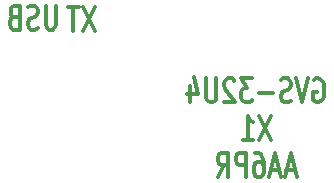
<source format=gbo>
G04 (created by PCBNEW-RS274X (2012-01-19 BZR 3256)-stable) date 10/26/2012 1:28:17 PM*
G01*
G70*
G90*
%MOIN*%
G04 Gerber Fmt 3.4, Leading zero omitted, Abs format*
%FSLAX34Y34*%
G04 APERTURE LIST*
%ADD10C,0.006000*%
%ADD11C,0.012000*%
G04 APERTURE END LIST*
G54D10*
G54D11*
X54118Y-30444D02*
X53718Y-31244D01*
X53718Y-30444D02*
X54118Y-31244D01*
X53576Y-30444D02*
X53233Y-30444D01*
X53404Y-31244D02*
X53404Y-30444D01*
X52827Y-30394D02*
X52827Y-31041D01*
X52799Y-31118D01*
X52770Y-31156D01*
X52713Y-31194D01*
X52599Y-31194D01*
X52541Y-31156D01*
X52513Y-31118D01*
X52484Y-31041D01*
X52484Y-30394D01*
X52227Y-31156D02*
X52141Y-31194D01*
X51998Y-31194D01*
X51941Y-31156D01*
X51912Y-31118D01*
X51884Y-31041D01*
X51884Y-30965D01*
X51912Y-30889D01*
X51941Y-30851D01*
X51998Y-30813D01*
X52112Y-30775D01*
X52170Y-30737D01*
X52198Y-30699D01*
X52227Y-30622D01*
X52227Y-30546D01*
X52198Y-30470D01*
X52170Y-30432D01*
X52112Y-30394D01*
X51970Y-30394D01*
X51884Y-30432D01*
X51427Y-30775D02*
X51341Y-30813D01*
X51313Y-30851D01*
X51284Y-30927D01*
X51284Y-31041D01*
X51313Y-31118D01*
X51341Y-31156D01*
X51399Y-31194D01*
X51627Y-31194D01*
X51627Y-30394D01*
X51427Y-30394D01*
X51370Y-30432D01*
X51341Y-30470D01*
X51313Y-30546D01*
X51313Y-30622D01*
X51341Y-30699D01*
X51370Y-30737D01*
X51427Y-30775D01*
X51627Y-30775D01*
X61428Y-32862D02*
X61485Y-32824D01*
X61571Y-32824D01*
X61656Y-32862D01*
X61714Y-32938D01*
X61742Y-33014D01*
X61771Y-33167D01*
X61771Y-33281D01*
X61742Y-33433D01*
X61714Y-33510D01*
X61656Y-33586D01*
X61571Y-33624D01*
X61514Y-33624D01*
X61428Y-33586D01*
X61399Y-33548D01*
X61399Y-33281D01*
X61514Y-33281D01*
X61228Y-32824D02*
X61028Y-33624D01*
X60828Y-32824D01*
X60657Y-33586D02*
X60571Y-33624D01*
X60428Y-33624D01*
X60371Y-33586D01*
X60342Y-33548D01*
X60314Y-33471D01*
X60314Y-33395D01*
X60342Y-33319D01*
X60371Y-33281D01*
X60428Y-33243D01*
X60542Y-33205D01*
X60600Y-33167D01*
X60628Y-33129D01*
X60657Y-33052D01*
X60657Y-32976D01*
X60628Y-32900D01*
X60600Y-32862D01*
X60542Y-32824D01*
X60400Y-32824D01*
X60314Y-32862D01*
X60057Y-33319D02*
X59600Y-33319D01*
X59371Y-32824D02*
X59000Y-32824D01*
X59200Y-33129D01*
X59114Y-33129D01*
X59057Y-33167D01*
X59028Y-33205D01*
X59000Y-33281D01*
X59000Y-33471D01*
X59028Y-33548D01*
X59057Y-33586D01*
X59114Y-33624D01*
X59286Y-33624D01*
X59343Y-33586D01*
X59371Y-33548D01*
X58772Y-32900D02*
X58743Y-32862D01*
X58686Y-32824D01*
X58543Y-32824D01*
X58486Y-32862D01*
X58457Y-32900D01*
X58429Y-32976D01*
X58429Y-33052D01*
X58457Y-33167D01*
X58800Y-33624D01*
X58429Y-33624D01*
X58172Y-32824D02*
X58172Y-33471D01*
X58144Y-33548D01*
X58115Y-33586D01*
X58058Y-33624D01*
X57944Y-33624D01*
X57886Y-33586D01*
X57858Y-33548D01*
X57829Y-33471D01*
X57829Y-32824D01*
X57286Y-33090D02*
X57286Y-33624D01*
X57429Y-32786D02*
X57572Y-33357D01*
X57200Y-33357D01*
X59985Y-34064D02*
X59585Y-34864D01*
X59585Y-34064D02*
X59985Y-34864D01*
X59043Y-34864D02*
X59386Y-34864D01*
X59214Y-34864D02*
X59214Y-34064D01*
X59271Y-34178D01*
X59329Y-34254D01*
X59386Y-34292D01*
X60785Y-35875D02*
X60499Y-35875D01*
X60842Y-36104D02*
X60642Y-35304D01*
X60442Y-36104D01*
X60271Y-35875D02*
X59985Y-35875D01*
X60328Y-36104D02*
X60128Y-35304D01*
X59928Y-36104D01*
X59471Y-35304D02*
X59585Y-35304D01*
X59642Y-35342D01*
X59671Y-35380D01*
X59728Y-35494D01*
X59757Y-35647D01*
X59757Y-35951D01*
X59728Y-36028D01*
X59700Y-36066D01*
X59642Y-36104D01*
X59528Y-36104D01*
X59471Y-36066D01*
X59442Y-36028D01*
X59414Y-35951D01*
X59414Y-35761D01*
X59442Y-35685D01*
X59471Y-35647D01*
X59528Y-35609D01*
X59642Y-35609D01*
X59700Y-35647D01*
X59728Y-35685D01*
X59757Y-35761D01*
X59157Y-36104D02*
X59157Y-35304D01*
X58929Y-35304D01*
X58871Y-35342D01*
X58843Y-35380D01*
X58814Y-35456D01*
X58814Y-35570D01*
X58843Y-35647D01*
X58871Y-35685D01*
X58929Y-35723D01*
X59157Y-35723D01*
X58214Y-36104D02*
X58414Y-35723D01*
X58557Y-36104D02*
X58557Y-35304D01*
X58329Y-35304D01*
X58271Y-35342D01*
X58243Y-35380D01*
X58214Y-35456D01*
X58214Y-35570D01*
X58243Y-35647D01*
X58271Y-35685D01*
X58329Y-35723D01*
X58557Y-35723D01*
M02*

</source>
